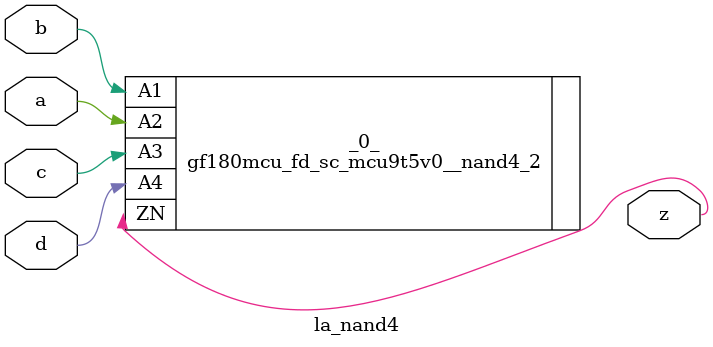
<source format=v>

/* Generated by Yosys 0.37 (git sha1 a5c7f69ed, clang 14.0.0-1ubuntu1.1 -fPIC -Os) */

module la_nand4(a, b, c, d, z);
  input a;
  wire a;
  input b;
  wire b;
  input c;
  wire c;
  input d;
  wire d;
  output z;
  wire z;
  gf180mcu_fd_sc_mcu9t5v0__nand4_2 _0_ (
    .A1(b),
    .A2(a),
    .A3(c),
    .A4(d),
    .ZN(z)
  );
endmodule

</source>
